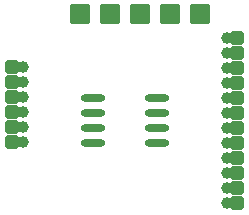
<source format=gbs>
G04 Layer: BottomSolderMaskLayer*
G04 EasyEDA v6.5.22, 2022-11-24 13:33:34*
G04 a569f08a9e4f4569b8c6db444d38c7d5,dbbd32702ee04327bcd14b3349a77860,10*
G04 Gerber Generator version 0.2*
G04 Scale: 100 percent, Rotated: No, Reflected: No *
G04 Dimensions in millimeters *
G04 leading zeros omitted , absolute positions ,4 integer and 5 decimal *
%FSLAX45Y45*%
%MOMM*%

%AMMACRO1*1,1,$1,$2,$3*1,1,$1,$4,$5*1,1,$1,0-$2,0-$3*1,1,$1,0-$4,0-$5*20,1,$1,$2,$3,$4,$5,0*20,1,$1,$4,$5,0-$2,0-$3,0*20,1,$1,0-$2,0-$3,0-$4,0-$5,0*20,1,$1,0-$4,0-$5,$2,$3,0*4,1,4,$2,$3,$4,$5,0-$2,0-$3,0-$4,0-$5,$2,$3,0*%
%ADD10O,2.051812X0.6700012*%
%ADD11C,1.0016*%
%ADD12MACRO1,0.2032X0.45X-0.45X-0.45X-0.45*%
%ADD13MACRO1,0.1016X0.7874X0.7874X0.7874X-0.7874*%
%ADD14MACRO1,0.2032X-0.45X0.45X0.45X0.45*%

%LPD*%
D10*
G01*
X1288542Y-827023D03*
G01*
X1288542Y-954023D03*
G01*
X1288542Y-1081023D03*
G01*
X1288542Y-1208023D03*
G01*
X747521Y-827023D03*
G01*
X747521Y-954023D03*
G01*
X747521Y-1081023D03*
G01*
X747521Y-1208023D03*
D11*
G01*
X1880412Y-1722272D03*
G01*
X1880412Y-1595272D03*
G01*
X1880412Y-1468272D03*
G01*
X1880412Y-1341272D03*
G01*
X1880412Y-1214272D03*
G01*
X1880412Y-1087272D03*
G01*
X1880412Y-960272D03*
G01*
X1880412Y-833272D03*
G01*
X1880412Y-706272D03*
G01*
X1880412Y-579272D03*
G01*
X1880412Y-452272D03*
G01*
X1880412Y-325272D03*
D12*
G01*
X1969324Y-1722269D03*
G01*
X1969324Y-1595269D03*
G01*
X1969324Y-1468269D03*
G01*
X1969324Y-1087269D03*
G01*
X1969324Y-1214269D03*
G01*
X1969324Y-1341269D03*
G01*
X1969324Y-706269D03*
G01*
X1969324Y-833269D03*
G01*
X1969324Y-960269D03*
G01*
X1969324Y-325269D03*
G01*
X1969324Y-452269D03*
G01*
X1969324Y-579269D03*
D13*
G01*
X1145677Y-123093D03*
G01*
X891677Y-123093D03*
G01*
X637677Y-123093D03*
G01*
X1652254Y-123093D03*
G01*
X1398061Y-123093D03*
D14*
G01*
X67603Y-947178D03*
G01*
X67603Y-1074178D03*
G01*
X67603Y-1201178D03*
G01*
X67603Y-820178D03*
G01*
X67603Y-693178D03*
G01*
X67603Y-566178D03*
D11*
G01*
X156489Y-1201165D03*
G01*
X156489Y-1074165D03*
G01*
X156489Y-947165D03*
G01*
X156489Y-820165D03*
G01*
X156489Y-693165D03*
G01*
X156489Y-566165D03*
M02*

</source>
